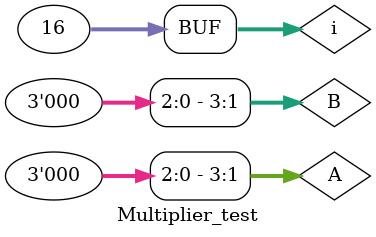
<source format=v>
`timescale 1ns / 1ps


module Multiplier_test();
reg [3:0]A, B;
wire [7:0] P;
integer i;
Multiplier uut(A,B,P);
initial begin
for(i = 0; i<16; i = i+1)
begin
A = $urandom;
B = $urandom;
#10;
end
end
endmodule

</source>
